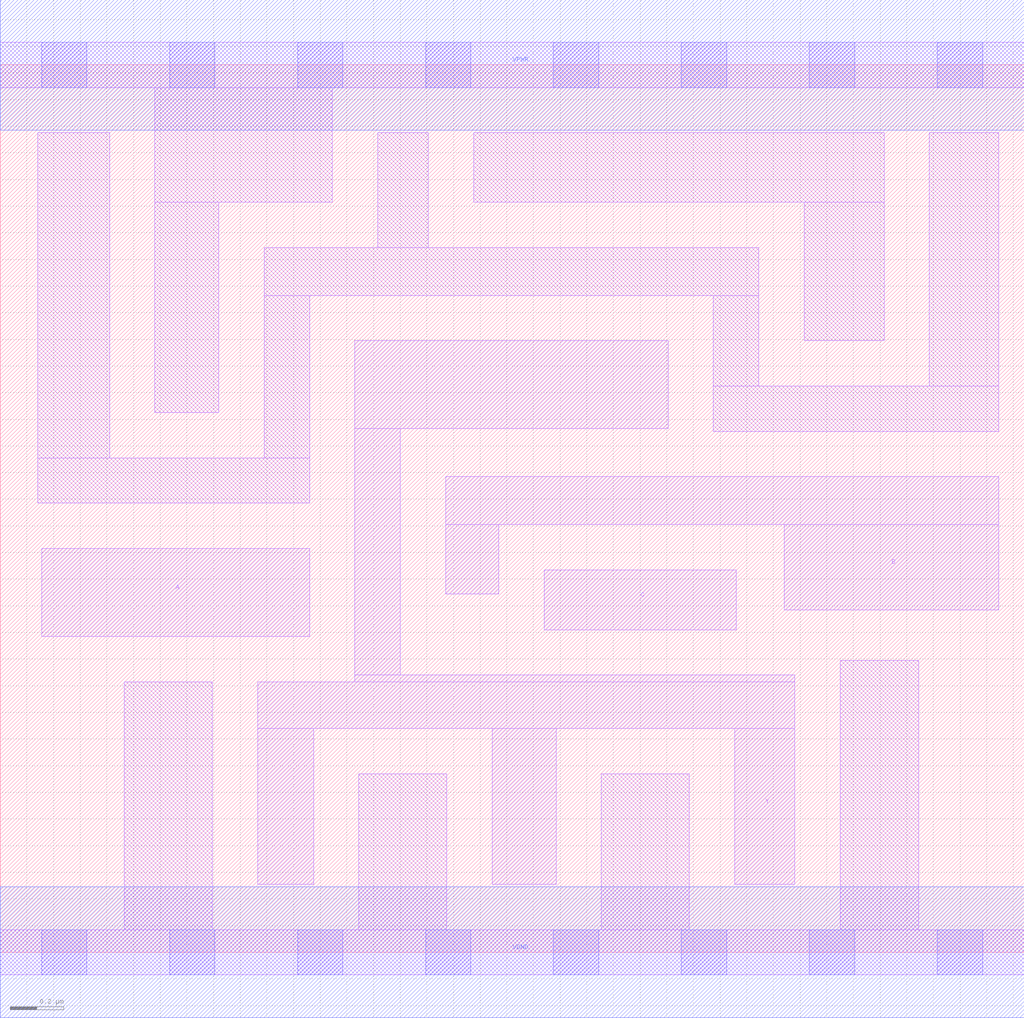
<source format=lef>
# Copyright 2020 The SkyWater PDK Authors
#
# Licensed under the Apache License, Version 2.0 (the "License");
# you may not use this file except in compliance with the License.
# You may obtain a copy of the License at
#
#     https://www.apache.org/licenses/LICENSE-2.0
#
# Unless required by applicable law or agreed to in writing, software
# distributed under the License is distributed on an "AS IS" BASIS,
# WITHOUT WARRANTIES OR CONDITIONS OF ANY KIND, either express or implied.
# See the License for the specific language governing permissions and
# limitations under the License.
#
# SPDX-License-Identifier: Apache-2.0

VERSION 5.7 ;
  NOWIREEXTENSIONATPIN ON ;
  DIVIDERCHAR "/" ;
  BUSBITCHARS "[]" ;
UNITS
  DATABASE MICRONS 200 ;
END UNITS
MACRO sky130_fd_sc_lp__nor3_2
  CLASS CORE ;
  FOREIGN sky130_fd_sc_lp__nor3_2 ;
  ORIGIN  0.000000  0.000000 ;
  SIZE  3.840000 BY  3.330000 ;
  SYMMETRY X Y R90 ;
  SITE unit ;
  PIN A
    ANTENNAGATEAREA  0.630000 ;
    DIRECTION INPUT ;
    USE SIGNAL ;
    PORT
      LAYER li1 ;
        RECT 0.155000 1.185000 1.160000 1.515000 ;
    END
  END A
  PIN B
    ANTENNAGATEAREA  0.630000 ;
    DIRECTION INPUT ;
    USE SIGNAL ;
    PORT
      LAYER li1 ;
        RECT 1.670000 1.345000 1.870000 1.605000 ;
        RECT 1.670000 1.605000 3.745000 1.785000 ;
        RECT 2.940000 1.285000 3.745000 1.605000 ;
    END
  END B
  PIN C
    ANTENNAGATEAREA  0.630000 ;
    DIRECTION INPUT ;
    USE SIGNAL ;
    PORT
      LAYER li1 ;
        RECT 2.040000 1.210000 2.760000 1.435000 ;
    END
  END C
  PIN Y
    ANTENNADIFFAREA  1.117200 ;
    DIRECTION OUTPUT ;
    USE SIGNAL ;
    PORT
      LAYER li1 ;
        RECT 0.965000 0.255000 1.175000 0.840000 ;
        RECT 0.965000 0.840000 2.980000 1.015000 ;
        RECT 1.330000 1.015000 2.980000 1.040000 ;
        RECT 1.330000 1.040000 1.500000 1.965000 ;
        RECT 1.330000 1.965000 2.505000 2.295000 ;
        RECT 1.845000 0.255000 2.085000 0.840000 ;
        RECT 2.755000 0.255000 2.980000 0.840000 ;
    END
  END Y
  PIN VGND
    DIRECTION INOUT ;
    USE GROUND ;
    PORT
      LAYER met1 ;
        RECT 0.000000 -0.245000 3.840000 0.245000 ;
    END
  END VGND
  PIN VPWR
    DIRECTION INOUT ;
    USE POWER ;
    PORT
      LAYER met1 ;
        RECT 0.000000 3.085000 3.840000 3.575000 ;
    END
  END VPWR
  OBS
    LAYER li1 ;
      RECT 0.000000 -0.085000 3.840000 0.085000 ;
      RECT 0.000000  3.245000 3.840000 3.415000 ;
      RECT 0.140000  1.685000 1.160000 1.855000 ;
      RECT 0.140000  1.855000 0.410000 3.075000 ;
      RECT 0.465000  0.085000 0.795000 1.015000 ;
      RECT 0.580000  2.025000 0.820000 2.815000 ;
      RECT 0.580000  2.815000 1.245000 3.245000 ;
      RECT 0.990000  1.855000 1.160000 2.465000 ;
      RECT 0.990000  2.465000 2.845000 2.645000 ;
      RECT 1.345000  0.085000 1.675000 0.670000 ;
      RECT 1.415000  2.645000 1.605000 3.075000 ;
      RECT 1.775000  2.815000 3.315000 3.075000 ;
      RECT 2.255000  0.085000 2.585000 0.670000 ;
      RECT 2.675000  1.955000 3.745000 2.125000 ;
      RECT 2.675000  2.125000 2.845000 2.465000 ;
      RECT 3.015000  2.295000 3.315000 2.815000 ;
      RECT 3.150000  0.085000 3.445000 1.095000 ;
      RECT 3.485000  2.125000 3.745000 3.075000 ;
    LAYER mcon ;
      RECT 0.155000 -0.085000 0.325000 0.085000 ;
      RECT 0.155000  3.245000 0.325000 3.415000 ;
      RECT 0.635000 -0.085000 0.805000 0.085000 ;
      RECT 0.635000  3.245000 0.805000 3.415000 ;
      RECT 1.115000 -0.085000 1.285000 0.085000 ;
      RECT 1.115000  3.245000 1.285000 3.415000 ;
      RECT 1.595000 -0.085000 1.765000 0.085000 ;
      RECT 1.595000  3.245000 1.765000 3.415000 ;
      RECT 2.075000 -0.085000 2.245000 0.085000 ;
      RECT 2.075000  3.245000 2.245000 3.415000 ;
      RECT 2.555000 -0.085000 2.725000 0.085000 ;
      RECT 2.555000  3.245000 2.725000 3.415000 ;
      RECT 3.035000 -0.085000 3.205000 0.085000 ;
      RECT 3.035000  3.245000 3.205000 3.415000 ;
      RECT 3.515000 -0.085000 3.685000 0.085000 ;
      RECT 3.515000  3.245000 3.685000 3.415000 ;
  END
END sky130_fd_sc_lp__nor3_2
END LIBRARY

</source>
